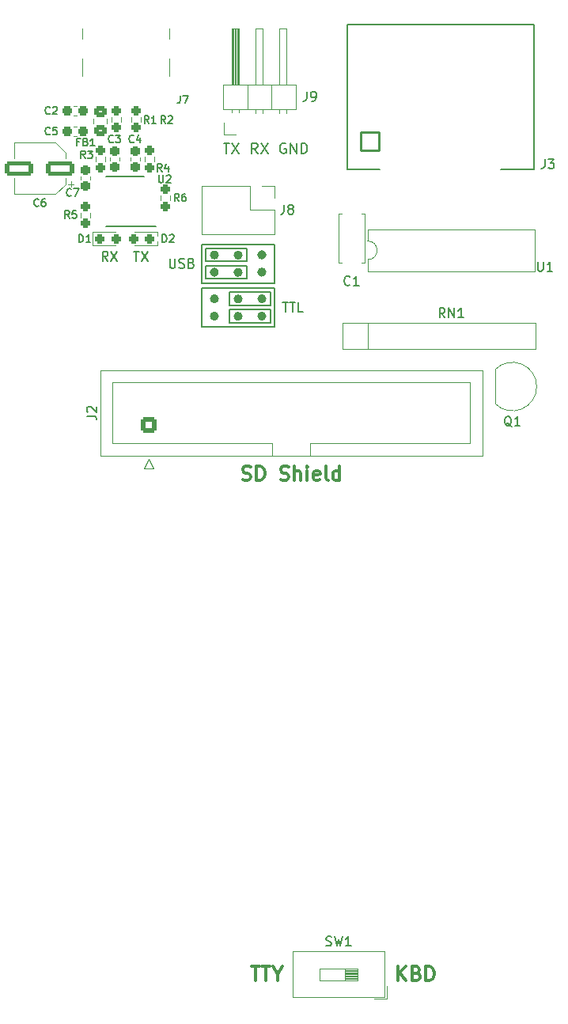
<source format=gbr>
%TF.GenerationSoftware,KiCad,Pcbnew,7.0.9*%
%TF.CreationDate,2023-11-19T21:56:13+01:00*%
%TF.ProjectId,kim-1-aux-card-usb,6b696d2d-312d-4617-9578-2d636172642d,rev?*%
%TF.SameCoordinates,Original*%
%TF.FileFunction,Legend,Top*%
%TF.FilePolarity,Positive*%
%FSLAX46Y46*%
G04 Gerber Fmt 4.6, Leading zero omitted, Abs format (unit mm)*
G04 Created by KiCad (PCBNEW 7.0.9) date 2023-11-19 21:56:13*
%MOMM*%
%LPD*%
G01*
G04 APERTURE LIST*
G04 Aperture macros list*
%AMRoundRect*
0 Rectangle with rounded corners*
0 $1 Rounding radius*
0 $2 $3 $4 $5 $6 $7 $8 $9 X,Y pos of 4 corners*
0 Add a 4 corners polygon primitive as box body*
4,1,4,$2,$3,$4,$5,$6,$7,$8,$9,$2,$3,0*
0 Add four circle primitives for the rounded corners*
1,1,$1+$1,$2,$3*
1,1,$1+$1,$4,$5*
1,1,$1+$1,$6,$7*
1,1,$1+$1,$8,$9*
0 Add four rect primitives between the rounded corners*
20,1,$1+$1,$2,$3,$4,$5,0*
20,1,$1+$1,$4,$5,$6,$7,0*
20,1,$1+$1,$6,$7,$8,$9,0*
20,1,$1+$1,$8,$9,$2,$3,0*%
G04 Aperture macros list end*
%ADD10C,0.466154*%
%ADD11C,0.200000*%
%ADD12C,0.150000*%
%ADD13C,0.300000*%
%ADD14C,0.120000*%
%ADD15C,0.127000*%
%ADD16RoundRect,0.237500X-0.237500X0.300000X-0.237500X-0.300000X0.237500X-0.300000X0.237500X0.300000X0*%
%ADD17RoundRect,0.250000X-0.450000X0.350000X-0.450000X-0.350000X0.450000X-0.350000X0.450000X0.350000X0*%
%ADD18RoundRect,0.237500X-0.237500X0.250000X-0.237500X-0.250000X0.237500X-0.250000X0.237500X0.250000X0*%
%ADD19RoundRect,0.237500X0.237500X-0.250000X0.237500X0.250000X-0.237500X0.250000X-0.237500X-0.250000X0*%
%ADD20C,2.700000*%
%ADD21RoundRect,0.237500X0.300000X0.237500X-0.300000X0.237500X-0.300000X-0.237500X0.300000X-0.237500X0*%
%ADD22R,1.500000X1.050000*%
%ADD23O,1.500000X1.050000*%
%ADD24C,0.650000*%
%ADD25R,0.600000X1.150000*%
%ADD26R,0.300000X1.150000*%
%ADD27O,1.000000X2.100000*%
%ADD28O,1.000000X1.800000*%
%ADD29RoundRect,0.250000X1.250000X0.550000X-1.250000X0.550000X-1.250000X-0.550000X1.250000X-0.550000X0*%
%ADD30R,1.600000X2.400000*%
%ADD31O,1.600000X2.400000*%
%ADD32R,1.600000X1.600000*%
%ADD33O,1.600000X1.600000*%
%ADD34RoundRect,0.237500X-0.287500X-0.237500X0.287500X-0.237500X0.287500X0.237500X-0.287500X0.237500X0*%
%ADD35RoundRect,0.250000X0.600000X-0.600000X0.600000X0.600000X-0.600000X0.600000X-0.600000X-0.600000X0*%
%ADD36C,1.700000*%
%ADD37RoundRect,0.237500X0.237500X-0.300000X0.237500X0.300000X-0.237500X0.300000X-0.237500X-0.300000X0*%
%ADD38RoundRect,0.237500X0.287500X0.237500X-0.287500X0.237500X-0.287500X-0.237500X0.287500X-0.237500X0*%
%ADD39R,1.200000X0.400000*%
%ADD40R,1.700000X1.700000*%
%ADD41O,1.700000X1.700000*%
%ADD42C,1.600000*%
%ADD43C,2.400000*%
%ADD44RoundRect,0.102000X0.975000X0.975000X-0.975000X0.975000X-0.975000X-0.975000X0.975000X-0.975000X0*%
%ADD45C,2.154000*%
%ADD46C,0.500000*%
G04 APERTURE END LIST*
D10*
X133949231Y-64744742D02*
G75*
G03*
X133949231Y-64744742I-233077J0D01*
G01*
X139023077Y-66590000D02*
G75*
G03*
X139023077Y-66590000I-233077J0D01*
G01*
D11*
X135310000Y-68754500D02*
X139750000Y-68754500D01*
X139750000Y-70134500D01*
X135310000Y-70134500D01*
X135310000Y-68754500D01*
D10*
X139029231Y-64740000D02*
G75*
G03*
X139029231Y-64740000I-233077J0D01*
G01*
D12*
X132400554Y-63592200D02*
X140129354Y-63592200D01*
X140129354Y-67779800D01*
X132400554Y-67779800D01*
X132400554Y-63592200D01*
D10*
X136489231Y-64770000D02*
G75*
G03*
X136489231Y-64770000I-233077J0D01*
G01*
X139029877Y-69434500D02*
G75*
G03*
X139029877Y-69434500I-233077J0D01*
G01*
D11*
X135310000Y-70604500D02*
X139750000Y-70604500D01*
X139750000Y-71984500D01*
X135310000Y-71984500D01*
X135310000Y-70604500D01*
D12*
X132401200Y-68286700D02*
X140130000Y-68286700D01*
X140130000Y-72454300D01*
X132401200Y-72454300D01*
X132401200Y-68286700D01*
D10*
X133943723Y-71289242D02*
G75*
G03*
X133943723Y-71289242I-233077J0D01*
G01*
D11*
X132780000Y-64060000D02*
X137220000Y-64060000D01*
X137220000Y-65440000D01*
X132780000Y-65440000D01*
X132780000Y-64060000D01*
D10*
X133943077Y-66594742D02*
G75*
G03*
X133943077Y-66594742I-233077J0D01*
G01*
X139023723Y-71284500D02*
G75*
G03*
X139023723Y-71284500I-233077J0D01*
G01*
D11*
X132780000Y-65910000D02*
X137220000Y-65910000D01*
X137220000Y-67290000D01*
X132780000Y-67290000D01*
X132780000Y-65910000D01*
D10*
X136483723Y-71314500D02*
G75*
G03*
X136483723Y-71314500I-233077J0D01*
G01*
X136483077Y-66620000D02*
G75*
G03*
X136483077Y-66620000I-233077J0D01*
G01*
X136489877Y-69464500D02*
G75*
G03*
X136489877Y-69464500I-233077J0D01*
G01*
X133949877Y-69439242D02*
G75*
G03*
X133949877Y-69439242I-233077J0D01*
G01*
D11*
X141339673Y-52827361D02*
X141234911Y-52774980D01*
X141234911Y-52774980D02*
X141077768Y-52774980D01*
X141077768Y-52774980D02*
X140920625Y-52827361D01*
X140920625Y-52827361D02*
X140815863Y-52932123D01*
X140815863Y-52932123D02*
X140763482Y-53036885D01*
X140763482Y-53036885D02*
X140711101Y-53246409D01*
X140711101Y-53246409D02*
X140711101Y-53403552D01*
X140711101Y-53403552D02*
X140763482Y-53613076D01*
X140763482Y-53613076D02*
X140815863Y-53717838D01*
X140815863Y-53717838D02*
X140920625Y-53822600D01*
X140920625Y-53822600D02*
X141077768Y-53874980D01*
X141077768Y-53874980D02*
X141182530Y-53874980D01*
X141182530Y-53874980D02*
X141339673Y-53822600D01*
X141339673Y-53822600D02*
X141392054Y-53770219D01*
X141392054Y-53770219D02*
X141392054Y-53403552D01*
X141392054Y-53403552D02*
X141182530Y-53403552D01*
X141863482Y-53874980D02*
X141863482Y-52774980D01*
X141863482Y-52774980D02*
X142492054Y-53874980D01*
X142492054Y-53874980D02*
X142492054Y-52774980D01*
X143015863Y-53874980D02*
X143015863Y-52774980D01*
X143015863Y-52774980D02*
X143277768Y-52774980D01*
X143277768Y-52774980D02*
X143434911Y-52827361D01*
X143434911Y-52827361D02*
X143539673Y-52932123D01*
X143539673Y-52932123D02*
X143592054Y-53036885D01*
X143592054Y-53036885D02*
X143644435Y-53246409D01*
X143644435Y-53246409D02*
X143644435Y-53403552D01*
X143644435Y-53403552D02*
X143592054Y-53613076D01*
X143592054Y-53613076D02*
X143539673Y-53717838D01*
X143539673Y-53717838D02*
X143434911Y-53822600D01*
X143434911Y-53822600D02*
X143277768Y-53874980D01*
X143277768Y-53874980D02*
X143015863Y-53874980D01*
D13*
X137674061Y-140878328D02*
X138531204Y-140878328D01*
X138102632Y-142378328D02*
X138102632Y-140878328D01*
X138816918Y-140878328D02*
X139674061Y-140878328D01*
X139245489Y-142378328D02*
X139245489Y-140878328D01*
X140459775Y-141664042D02*
X140459775Y-142378328D01*
X139959775Y-140878328D02*
X140459775Y-141664042D01*
X140459775Y-141664042D02*
X140959775Y-140878328D01*
D11*
X122314101Y-65382219D02*
X121980768Y-64906028D01*
X121742673Y-65382219D02*
X121742673Y-64382219D01*
X121742673Y-64382219D02*
X122123625Y-64382219D01*
X122123625Y-64382219D02*
X122218863Y-64429838D01*
X122218863Y-64429838D02*
X122266482Y-64477457D01*
X122266482Y-64477457D02*
X122314101Y-64572695D01*
X122314101Y-64572695D02*
X122314101Y-64715552D01*
X122314101Y-64715552D02*
X122266482Y-64810790D01*
X122266482Y-64810790D02*
X122218863Y-64858409D01*
X122218863Y-64858409D02*
X122123625Y-64906028D01*
X122123625Y-64906028D02*
X121742673Y-64906028D01*
X122647435Y-64382219D02*
X123314101Y-65382219D01*
X123314101Y-64382219D02*
X122647435Y-65382219D01*
X128936517Y-65142219D02*
X128936517Y-65951742D01*
X128936517Y-65951742D02*
X128984136Y-66046980D01*
X128984136Y-66046980D02*
X129031755Y-66094600D01*
X129031755Y-66094600D02*
X129126993Y-66142219D01*
X129126993Y-66142219D02*
X129317469Y-66142219D01*
X129317469Y-66142219D02*
X129412707Y-66094600D01*
X129412707Y-66094600D02*
X129460326Y-66046980D01*
X129460326Y-66046980D02*
X129507945Y-65951742D01*
X129507945Y-65951742D02*
X129507945Y-65142219D01*
X129936517Y-66094600D02*
X130079374Y-66142219D01*
X130079374Y-66142219D02*
X130317469Y-66142219D01*
X130317469Y-66142219D02*
X130412707Y-66094600D01*
X130412707Y-66094600D02*
X130460326Y-66046980D01*
X130460326Y-66046980D02*
X130507945Y-65951742D01*
X130507945Y-65951742D02*
X130507945Y-65856504D01*
X130507945Y-65856504D02*
X130460326Y-65761266D01*
X130460326Y-65761266D02*
X130412707Y-65713647D01*
X130412707Y-65713647D02*
X130317469Y-65666028D01*
X130317469Y-65666028D02*
X130126993Y-65618409D01*
X130126993Y-65618409D02*
X130031755Y-65570790D01*
X130031755Y-65570790D02*
X129984136Y-65523171D01*
X129984136Y-65523171D02*
X129936517Y-65427933D01*
X129936517Y-65427933D02*
X129936517Y-65332695D01*
X129936517Y-65332695D02*
X129984136Y-65237457D01*
X129984136Y-65237457D02*
X130031755Y-65189838D01*
X130031755Y-65189838D02*
X130126993Y-65142219D01*
X130126993Y-65142219D02*
X130365088Y-65142219D01*
X130365088Y-65142219D02*
X130507945Y-65189838D01*
X131269850Y-65618409D02*
X131412707Y-65666028D01*
X131412707Y-65666028D02*
X131460326Y-65713647D01*
X131460326Y-65713647D02*
X131507945Y-65808885D01*
X131507945Y-65808885D02*
X131507945Y-65951742D01*
X131507945Y-65951742D02*
X131460326Y-66046980D01*
X131460326Y-66046980D02*
X131412707Y-66094600D01*
X131412707Y-66094600D02*
X131317469Y-66142219D01*
X131317469Y-66142219D02*
X130936517Y-66142219D01*
X130936517Y-66142219D02*
X130936517Y-65142219D01*
X130936517Y-65142219D02*
X131269850Y-65142219D01*
X131269850Y-65142219D02*
X131365088Y-65189838D01*
X131365088Y-65189838D02*
X131412707Y-65237457D01*
X131412707Y-65237457D02*
X131460326Y-65332695D01*
X131460326Y-65332695D02*
X131460326Y-65427933D01*
X131460326Y-65427933D02*
X131412707Y-65523171D01*
X131412707Y-65523171D02*
X131365088Y-65570790D01*
X131365088Y-65570790D02*
X131269850Y-65618409D01*
X131269850Y-65618409D02*
X130936517Y-65618409D01*
D13*
X136735715Y-88779400D02*
X136950001Y-88850828D01*
X136950001Y-88850828D02*
X137307143Y-88850828D01*
X137307143Y-88850828D02*
X137450001Y-88779400D01*
X137450001Y-88779400D02*
X137521429Y-88707971D01*
X137521429Y-88707971D02*
X137592858Y-88565114D01*
X137592858Y-88565114D02*
X137592858Y-88422257D01*
X137592858Y-88422257D02*
X137521429Y-88279400D01*
X137521429Y-88279400D02*
X137450001Y-88207971D01*
X137450001Y-88207971D02*
X137307143Y-88136542D01*
X137307143Y-88136542D02*
X137021429Y-88065114D01*
X137021429Y-88065114D02*
X136878572Y-87993685D01*
X136878572Y-87993685D02*
X136807143Y-87922257D01*
X136807143Y-87922257D02*
X136735715Y-87779400D01*
X136735715Y-87779400D02*
X136735715Y-87636542D01*
X136735715Y-87636542D02*
X136807143Y-87493685D01*
X136807143Y-87493685D02*
X136878572Y-87422257D01*
X136878572Y-87422257D02*
X137021429Y-87350828D01*
X137021429Y-87350828D02*
X137378572Y-87350828D01*
X137378572Y-87350828D02*
X137592858Y-87422257D01*
X138235714Y-88850828D02*
X138235714Y-87350828D01*
X138235714Y-87350828D02*
X138592857Y-87350828D01*
X138592857Y-87350828D02*
X138807143Y-87422257D01*
X138807143Y-87422257D02*
X138950000Y-87565114D01*
X138950000Y-87565114D02*
X139021429Y-87707971D01*
X139021429Y-87707971D02*
X139092857Y-87993685D01*
X139092857Y-87993685D02*
X139092857Y-88207971D01*
X139092857Y-88207971D02*
X139021429Y-88493685D01*
X139021429Y-88493685D02*
X138950000Y-88636542D01*
X138950000Y-88636542D02*
X138807143Y-88779400D01*
X138807143Y-88779400D02*
X138592857Y-88850828D01*
X138592857Y-88850828D02*
X138235714Y-88850828D01*
X140807143Y-88779400D02*
X141021429Y-88850828D01*
X141021429Y-88850828D02*
X141378571Y-88850828D01*
X141378571Y-88850828D02*
X141521429Y-88779400D01*
X141521429Y-88779400D02*
X141592857Y-88707971D01*
X141592857Y-88707971D02*
X141664286Y-88565114D01*
X141664286Y-88565114D02*
X141664286Y-88422257D01*
X141664286Y-88422257D02*
X141592857Y-88279400D01*
X141592857Y-88279400D02*
X141521429Y-88207971D01*
X141521429Y-88207971D02*
X141378571Y-88136542D01*
X141378571Y-88136542D02*
X141092857Y-88065114D01*
X141092857Y-88065114D02*
X140950000Y-87993685D01*
X140950000Y-87993685D02*
X140878571Y-87922257D01*
X140878571Y-87922257D02*
X140807143Y-87779400D01*
X140807143Y-87779400D02*
X140807143Y-87636542D01*
X140807143Y-87636542D02*
X140878571Y-87493685D01*
X140878571Y-87493685D02*
X140950000Y-87422257D01*
X140950000Y-87422257D02*
X141092857Y-87350828D01*
X141092857Y-87350828D02*
X141450000Y-87350828D01*
X141450000Y-87350828D02*
X141664286Y-87422257D01*
X142307142Y-88850828D02*
X142307142Y-87350828D01*
X142950000Y-88850828D02*
X142950000Y-88065114D01*
X142950000Y-88065114D02*
X142878571Y-87922257D01*
X142878571Y-87922257D02*
X142735714Y-87850828D01*
X142735714Y-87850828D02*
X142521428Y-87850828D01*
X142521428Y-87850828D02*
X142378571Y-87922257D01*
X142378571Y-87922257D02*
X142307142Y-87993685D01*
X143664285Y-88850828D02*
X143664285Y-87850828D01*
X143664285Y-87350828D02*
X143592857Y-87422257D01*
X143592857Y-87422257D02*
X143664285Y-87493685D01*
X143664285Y-87493685D02*
X143735714Y-87422257D01*
X143735714Y-87422257D02*
X143664285Y-87350828D01*
X143664285Y-87350828D02*
X143664285Y-87493685D01*
X144950000Y-88779400D02*
X144807143Y-88850828D01*
X144807143Y-88850828D02*
X144521429Y-88850828D01*
X144521429Y-88850828D02*
X144378571Y-88779400D01*
X144378571Y-88779400D02*
X144307143Y-88636542D01*
X144307143Y-88636542D02*
X144307143Y-88065114D01*
X144307143Y-88065114D02*
X144378571Y-87922257D01*
X144378571Y-87922257D02*
X144521429Y-87850828D01*
X144521429Y-87850828D02*
X144807143Y-87850828D01*
X144807143Y-87850828D02*
X144950000Y-87922257D01*
X144950000Y-87922257D02*
X145021429Y-88065114D01*
X145021429Y-88065114D02*
X145021429Y-88207971D01*
X145021429Y-88207971D02*
X144307143Y-88350828D01*
X145878571Y-88850828D02*
X145735714Y-88779400D01*
X145735714Y-88779400D02*
X145664285Y-88636542D01*
X145664285Y-88636542D02*
X145664285Y-87350828D01*
X147092857Y-88850828D02*
X147092857Y-87350828D01*
X147092857Y-88779400D02*
X146949999Y-88850828D01*
X146949999Y-88850828D02*
X146664285Y-88850828D01*
X146664285Y-88850828D02*
X146521428Y-88779400D01*
X146521428Y-88779400D02*
X146449999Y-88707971D01*
X146449999Y-88707971D02*
X146378571Y-88565114D01*
X146378571Y-88565114D02*
X146378571Y-88136542D01*
X146378571Y-88136542D02*
X146449999Y-87993685D01*
X146449999Y-87993685D02*
X146521428Y-87922257D01*
X146521428Y-87922257D02*
X146664285Y-87850828D01*
X146664285Y-87850828D02*
X146949999Y-87850828D01*
X146949999Y-87850828D02*
X147092857Y-87922257D01*
D11*
X134707469Y-52774980D02*
X135336041Y-52774980D01*
X135021755Y-53874980D02*
X135021755Y-52774980D01*
X135597945Y-52774980D02*
X136331279Y-53874980D01*
X136331279Y-52774980D02*
X135597945Y-53874980D01*
X125089816Y-64382219D02*
X125661244Y-64382219D01*
X125375530Y-65382219D02*
X125375530Y-64382219D01*
X125899340Y-64382219D02*
X126566006Y-65382219D01*
X126566006Y-64382219D02*
X125899340Y-65382219D01*
X141036816Y-69842219D02*
X141608244Y-69842219D01*
X141322530Y-70842219D02*
X141322530Y-69842219D01*
X141798721Y-69842219D02*
X142370149Y-69842219D01*
X142084435Y-70842219D02*
X142084435Y-69842219D01*
X143179673Y-70842219D02*
X142703483Y-70842219D01*
X142703483Y-70842219D02*
X142703483Y-69842219D01*
X138346667Y-53874980D02*
X137980000Y-53351171D01*
X137718095Y-53874980D02*
X137718095Y-52774980D01*
X137718095Y-52774980D02*
X138137143Y-52774980D01*
X138137143Y-52774980D02*
X138241905Y-52827361D01*
X138241905Y-52827361D02*
X138294286Y-52879742D01*
X138294286Y-52879742D02*
X138346667Y-52984504D01*
X138346667Y-52984504D02*
X138346667Y-53141647D01*
X138346667Y-53141647D02*
X138294286Y-53246409D01*
X138294286Y-53246409D02*
X138241905Y-53298790D01*
X138241905Y-53298790D02*
X138137143Y-53351171D01*
X138137143Y-53351171D02*
X137718095Y-53351171D01*
X138713333Y-52774980D02*
X139446667Y-53874980D01*
X139446667Y-52774980D02*
X138713333Y-53874980D01*
D13*
X153354510Y-142378328D02*
X153354510Y-140878328D01*
X154211653Y-142378328D02*
X153568796Y-141521185D01*
X154211653Y-140878328D02*
X153354510Y-141735471D01*
X155354510Y-141592614D02*
X155568796Y-141664042D01*
X155568796Y-141664042D02*
X155640225Y-141735471D01*
X155640225Y-141735471D02*
X155711653Y-141878328D01*
X155711653Y-141878328D02*
X155711653Y-142092614D01*
X155711653Y-142092614D02*
X155640225Y-142235471D01*
X155640225Y-142235471D02*
X155568796Y-142306900D01*
X155568796Y-142306900D02*
X155425939Y-142378328D01*
X155425939Y-142378328D02*
X154854510Y-142378328D01*
X154854510Y-142378328D02*
X154854510Y-140878328D01*
X154854510Y-140878328D02*
X155354510Y-140878328D01*
X155354510Y-140878328D02*
X155497368Y-140949757D01*
X155497368Y-140949757D02*
X155568796Y-141021185D01*
X155568796Y-141021185D02*
X155640225Y-141164042D01*
X155640225Y-141164042D02*
X155640225Y-141306900D01*
X155640225Y-141306900D02*
X155568796Y-141449757D01*
X155568796Y-141449757D02*
X155497368Y-141521185D01*
X155497368Y-141521185D02*
X155354510Y-141592614D01*
X155354510Y-141592614D02*
X154854510Y-141592614D01*
X156354510Y-142378328D02*
X156354510Y-140878328D01*
X156354510Y-140878328D02*
X156711653Y-140878328D01*
X156711653Y-140878328D02*
X156925939Y-140949757D01*
X156925939Y-140949757D02*
X157068796Y-141092614D01*
X157068796Y-141092614D02*
X157140225Y-141235471D01*
X157140225Y-141235471D02*
X157211653Y-141521185D01*
X157211653Y-141521185D02*
X157211653Y-141735471D01*
X157211653Y-141735471D02*
X157140225Y-142021185D01*
X157140225Y-142021185D02*
X157068796Y-142164042D01*
X157068796Y-142164042D02*
X156925939Y-142306900D01*
X156925939Y-142306900D02*
X156711653Y-142378328D01*
X156711653Y-142378328D02*
X156354510Y-142378328D01*
D12*
X122896667Y-52636104D02*
X122858571Y-52674200D01*
X122858571Y-52674200D02*
X122744286Y-52712295D01*
X122744286Y-52712295D02*
X122668095Y-52712295D01*
X122668095Y-52712295D02*
X122553809Y-52674200D01*
X122553809Y-52674200D02*
X122477619Y-52598009D01*
X122477619Y-52598009D02*
X122439524Y-52521819D01*
X122439524Y-52521819D02*
X122401428Y-52369438D01*
X122401428Y-52369438D02*
X122401428Y-52255152D01*
X122401428Y-52255152D02*
X122439524Y-52102771D01*
X122439524Y-52102771D02*
X122477619Y-52026580D01*
X122477619Y-52026580D02*
X122553809Y-51950390D01*
X122553809Y-51950390D02*
X122668095Y-51912295D01*
X122668095Y-51912295D02*
X122744286Y-51912295D01*
X122744286Y-51912295D02*
X122858571Y-51950390D01*
X122858571Y-51950390D02*
X122896667Y-51988485D01*
X123163333Y-51912295D02*
X123658571Y-51912295D01*
X123658571Y-51912295D02*
X123391905Y-52217057D01*
X123391905Y-52217057D02*
X123506190Y-52217057D01*
X123506190Y-52217057D02*
X123582381Y-52255152D01*
X123582381Y-52255152D02*
X123620476Y-52293247D01*
X123620476Y-52293247D02*
X123658571Y-52369438D01*
X123658571Y-52369438D02*
X123658571Y-52559914D01*
X123658571Y-52559914D02*
X123620476Y-52636104D01*
X123620476Y-52636104D02*
X123582381Y-52674200D01*
X123582381Y-52674200D02*
X123506190Y-52712295D01*
X123506190Y-52712295D02*
X123277619Y-52712295D01*
X123277619Y-52712295D02*
X123201428Y-52674200D01*
X123201428Y-52674200D02*
X123163333Y-52636104D01*
X119253333Y-52653247D02*
X118986667Y-52653247D01*
X118986667Y-53072295D02*
X118986667Y-52272295D01*
X118986667Y-52272295D02*
X119367619Y-52272295D01*
X119939047Y-52653247D02*
X120053333Y-52691342D01*
X120053333Y-52691342D02*
X120091428Y-52729438D01*
X120091428Y-52729438D02*
X120129524Y-52805628D01*
X120129524Y-52805628D02*
X120129524Y-52919914D01*
X120129524Y-52919914D02*
X120091428Y-52996104D01*
X120091428Y-52996104D02*
X120053333Y-53034200D01*
X120053333Y-53034200D02*
X119977143Y-53072295D01*
X119977143Y-53072295D02*
X119672381Y-53072295D01*
X119672381Y-53072295D02*
X119672381Y-52272295D01*
X119672381Y-52272295D02*
X119939047Y-52272295D01*
X119939047Y-52272295D02*
X120015238Y-52310390D01*
X120015238Y-52310390D02*
X120053333Y-52348485D01*
X120053333Y-52348485D02*
X120091428Y-52424676D01*
X120091428Y-52424676D02*
X120091428Y-52500866D01*
X120091428Y-52500866D02*
X120053333Y-52577057D01*
X120053333Y-52577057D02*
X120015238Y-52615152D01*
X120015238Y-52615152D02*
X119939047Y-52653247D01*
X119939047Y-52653247D02*
X119672381Y-52653247D01*
X120891428Y-53072295D02*
X120434285Y-53072295D01*
X120662857Y-53072295D02*
X120662857Y-52272295D01*
X120662857Y-52272295D02*
X120586666Y-52386580D01*
X120586666Y-52386580D02*
X120510476Y-52462771D01*
X120510476Y-52462771D02*
X120434285Y-52500866D01*
X126698667Y-50654295D02*
X126432000Y-50273342D01*
X126241524Y-50654295D02*
X126241524Y-49854295D01*
X126241524Y-49854295D02*
X126546286Y-49854295D01*
X126546286Y-49854295D02*
X126622476Y-49892390D01*
X126622476Y-49892390D02*
X126660571Y-49930485D01*
X126660571Y-49930485D02*
X126698667Y-50006676D01*
X126698667Y-50006676D02*
X126698667Y-50120961D01*
X126698667Y-50120961D02*
X126660571Y-50197152D01*
X126660571Y-50197152D02*
X126622476Y-50235247D01*
X126622476Y-50235247D02*
X126546286Y-50273342D01*
X126546286Y-50273342D02*
X126241524Y-50273342D01*
X127460571Y-50654295D02*
X127003428Y-50654295D01*
X127232000Y-50654295D02*
X127232000Y-49854295D01*
X127232000Y-49854295D02*
X127155809Y-49968580D01*
X127155809Y-49968580D02*
X127079619Y-50044771D01*
X127079619Y-50044771D02*
X127003428Y-50082866D01*
X129916667Y-58999795D02*
X129650000Y-58618842D01*
X129459524Y-58999795D02*
X129459524Y-58199795D01*
X129459524Y-58199795D02*
X129764286Y-58199795D01*
X129764286Y-58199795D02*
X129840476Y-58237890D01*
X129840476Y-58237890D02*
X129878571Y-58275985D01*
X129878571Y-58275985D02*
X129916667Y-58352176D01*
X129916667Y-58352176D02*
X129916667Y-58466461D01*
X129916667Y-58466461D02*
X129878571Y-58542652D01*
X129878571Y-58542652D02*
X129840476Y-58580747D01*
X129840476Y-58580747D02*
X129764286Y-58618842D01*
X129764286Y-58618842D02*
X129459524Y-58618842D01*
X130602381Y-58199795D02*
X130450000Y-58199795D01*
X130450000Y-58199795D02*
X130373809Y-58237890D01*
X130373809Y-58237890D02*
X130335714Y-58275985D01*
X130335714Y-58275985D02*
X130259524Y-58390271D01*
X130259524Y-58390271D02*
X130221428Y-58542652D01*
X130221428Y-58542652D02*
X130221428Y-58847414D01*
X130221428Y-58847414D02*
X130259524Y-58923604D01*
X130259524Y-58923604D02*
X130297619Y-58961700D01*
X130297619Y-58961700D02*
X130373809Y-58999795D01*
X130373809Y-58999795D02*
X130526190Y-58999795D01*
X130526190Y-58999795D02*
X130602381Y-58961700D01*
X130602381Y-58961700D02*
X130640476Y-58923604D01*
X130640476Y-58923604D02*
X130678571Y-58847414D01*
X130678571Y-58847414D02*
X130678571Y-58656938D01*
X130678571Y-58656938D02*
X130640476Y-58580747D01*
X130640476Y-58580747D02*
X130602381Y-58542652D01*
X130602381Y-58542652D02*
X130526190Y-58504557D01*
X130526190Y-58504557D02*
X130373809Y-58504557D01*
X130373809Y-58504557D02*
X130297619Y-58542652D01*
X130297619Y-58542652D02*
X130259524Y-58580747D01*
X130259524Y-58580747D02*
X130221428Y-58656938D01*
X119876667Y-54402295D02*
X119610000Y-54021342D01*
X119419524Y-54402295D02*
X119419524Y-53602295D01*
X119419524Y-53602295D02*
X119724286Y-53602295D01*
X119724286Y-53602295D02*
X119800476Y-53640390D01*
X119800476Y-53640390D02*
X119838571Y-53678485D01*
X119838571Y-53678485D02*
X119876667Y-53754676D01*
X119876667Y-53754676D02*
X119876667Y-53868961D01*
X119876667Y-53868961D02*
X119838571Y-53945152D01*
X119838571Y-53945152D02*
X119800476Y-53983247D01*
X119800476Y-53983247D02*
X119724286Y-54021342D01*
X119724286Y-54021342D02*
X119419524Y-54021342D01*
X120143333Y-53602295D02*
X120638571Y-53602295D01*
X120638571Y-53602295D02*
X120371905Y-53907057D01*
X120371905Y-53907057D02*
X120486190Y-53907057D01*
X120486190Y-53907057D02*
X120562381Y-53945152D01*
X120562381Y-53945152D02*
X120600476Y-53983247D01*
X120600476Y-53983247D02*
X120638571Y-54059438D01*
X120638571Y-54059438D02*
X120638571Y-54249914D01*
X120638571Y-54249914D02*
X120600476Y-54326104D01*
X120600476Y-54326104D02*
X120562381Y-54364200D01*
X120562381Y-54364200D02*
X120486190Y-54402295D01*
X120486190Y-54402295D02*
X120257619Y-54402295D01*
X120257619Y-54402295D02*
X120181428Y-54364200D01*
X120181428Y-54364200D02*
X120143333Y-54326104D01*
X116126667Y-51806104D02*
X116088571Y-51844200D01*
X116088571Y-51844200D02*
X115974286Y-51882295D01*
X115974286Y-51882295D02*
X115898095Y-51882295D01*
X115898095Y-51882295D02*
X115783809Y-51844200D01*
X115783809Y-51844200D02*
X115707619Y-51768009D01*
X115707619Y-51768009D02*
X115669524Y-51691819D01*
X115669524Y-51691819D02*
X115631428Y-51539438D01*
X115631428Y-51539438D02*
X115631428Y-51425152D01*
X115631428Y-51425152D02*
X115669524Y-51272771D01*
X115669524Y-51272771D02*
X115707619Y-51196580D01*
X115707619Y-51196580D02*
X115783809Y-51120390D01*
X115783809Y-51120390D02*
X115898095Y-51082295D01*
X115898095Y-51082295D02*
X115974286Y-51082295D01*
X115974286Y-51082295D02*
X116088571Y-51120390D01*
X116088571Y-51120390D02*
X116126667Y-51158485D01*
X116850476Y-51082295D02*
X116469524Y-51082295D01*
X116469524Y-51082295D02*
X116431428Y-51463247D01*
X116431428Y-51463247D02*
X116469524Y-51425152D01*
X116469524Y-51425152D02*
X116545714Y-51387057D01*
X116545714Y-51387057D02*
X116736190Y-51387057D01*
X116736190Y-51387057D02*
X116812381Y-51425152D01*
X116812381Y-51425152D02*
X116850476Y-51463247D01*
X116850476Y-51463247D02*
X116888571Y-51539438D01*
X116888571Y-51539438D02*
X116888571Y-51729914D01*
X116888571Y-51729914D02*
X116850476Y-51806104D01*
X116850476Y-51806104D02*
X116812381Y-51844200D01*
X116812381Y-51844200D02*
X116736190Y-51882295D01*
X116736190Y-51882295D02*
X116545714Y-51882295D01*
X116545714Y-51882295D02*
X116469524Y-51844200D01*
X116469524Y-51844200D02*
X116431428Y-51806104D01*
X165514761Y-83110057D02*
X165419523Y-83062438D01*
X165419523Y-83062438D02*
X165324285Y-82967200D01*
X165324285Y-82967200D02*
X165181428Y-82824342D01*
X165181428Y-82824342D02*
X165086190Y-82776723D01*
X165086190Y-82776723D02*
X164990952Y-82776723D01*
X165038571Y-83014819D02*
X164943333Y-82967200D01*
X164943333Y-82967200D02*
X164848095Y-82871961D01*
X164848095Y-82871961D02*
X164800476Y-82681485D01*
X164800476Y-82681485D02*
X164800476Y-82348152D01*
X164800476Y-82348152D02*
X164848095Y-82157676D01*
X164848095Y-82157676D02*
X164943333Y-82062438D01*
X164943333Y-82062438D02*
X165038571Y-82014819D01*
X165038571Y-82014819D02*
X165229047Y-82014819D01*
X165229047Y-82014819D02*
X165324285Y-82062438D01*
X165324285Y-82062438D02*
X165419523Y-82157676D01*
X165419523Y-82157676D02*
X165467142Y-82348152D01*
X165467142Y-82348152D02*
X165467142Y-82681485D01*
X165467142Y-82681485D02*
X165419523Y-82871961D01*
X165419523Y-82871961D02*
X165324285Y-82967200D01*
X165324285Y-82967200D02*
X165229047Y-83014819D01*
X165229047Y-83014819D02*
X165038571Y-83014819D01*
X166419523Y-83014819D02*
X165848095Y-83014819D01*
X166133809Y-83014819D02*
X166133809Y-82014819D01*
X166133809Y-82014819D02*
X166038571Y-82157676D01*
X166038571Y-82157676D02*
X165943333Y-82252914D01*
X165943333Y-82252914D02*
X165848095Y-82300533D01*
X130063333Y-47682295D02*
X130063333Y-48253723D01*
X130063333Y-48253723D02*
X130025238Y-48368009D01*
X130025238Y-48368009D02*
X129949047Y-48444200D01*
X129949047Y-48444200D02*
X129834762Y-48482295D01*
X129834762Y-48482295D02*
X129758571Y-48482295D01*
X130368095Y-47682295D02*
X130901429Y-47682295D01*
X130901429Y-47682295D02*
X130558571Y-48482295D01*
X128086667Y-55812295D02*
X127820000Y-55431342D01*
X127629524Y-55812295D02*
X127629524Y-55012295D01*
X127629524Y-55012295D02*
X127934286Y-55012295D01*
X127934286Y-55012295D02*
X128010476Y-55050390D01*
X128010476Y-55050390D02*
X128048571Y-55088485D01*
X128048571Y-55088485D02*
X128086667Y-55164676D01*
X128086667Y-55164676D02*
X128086667Y-55278961D01*
X128086667Y-55278961D02*
X128048571Y-55355152D01*
X128048571Y-55355152D02*
X128010476Y-55393247D01*
X128010476Y-55393247D02*
X127934286Y-55431342D01*
X127934286Y-55431342D02*
X127629524Y-55431342D01*
X128772381Y-55278961D02*
X128772381Y-55812295D01*
X128581905Y-54974200D02*
X128391428Y-55545628D01*
X128391428Y-55545628D02*
X128886667Y-55545628D01*
X116126667Y-49596104D02*
X116088571Y-49634200D01*
X116088571Y-49634200D02*
X115974286Y-49672295D01*
X115974286Y-49672295D02*
X115898095Y-49672295D01*
X115898095Y-49672295D02*
X115783809Y-49634200D01*
X115783809Y-49634200D02*
X115707619Y-49558009D01*
X115707619Y-49558009D02*
X115669524Y-49481819D01*
X115669524Y-49481819D02*
X115631428Y-49329438D01*
X115631428Y-49329438D02*
X115631428Y-49215152D01*
X115631428Y-49215152D02*
X115669524Y-49062771D01*
X115669524Y-49062771D02*
X115707619Y-48986580D01*
X115707619Y-48986580D02*
X115783809Y-48910390D01*
X115783809Y-48910390D02*
X115898095Y-48872295D01*
X115898095Y-48872295D02*
X115974286Y-48872295D01*
X115974286Y-48872295D02*
X116088571Y-48910390D01*
X116088571Y-48910390D02*
X116126667Y-48948485D01*
X116431428Y-48948485D02*
X116469524Y-48910390D01*
X116469524Y-48910390D02*
X116545714Y-48872295D01*
X116545714Y-48872295D02*
X116736190Y-48872295D01*
X116736190Y-48872295D02*
X116812381Y-48910390D01*
X116812381Y-48910390D02*
X116850476Y-48948485D01*
X116850476Y-48948485D02*
X116888571Y-49024676D01*
X116888571Y-49024676D02*
X116888571Y-49100866D01*
X116888571Y-49100866D02*
X116850476Y-49215152D01*
X116850476Y-49215152D02*
X116393333Y-49672295D01*
X116393333Y-49672295D02*
X116888571Y-49672295D01*
X114906667Y-59466104D02*
X114868571Y-59504200D01*
X114868571Y-59504200D02*
X114754286Y-59542295D01*
X114754286Y-59542295D02*
X114678095Y-59542295D01*
X114678095Y-59542295D02*
X114563809Y-59504200D01*
X114563809Y-59504200D02*
X114487619Y-59428009D01*
X114487619Y-59428009D02*
X114449524Y-59351819D01*
X114449524Y-59351819D02*
X114411428Y-59199438D01*
X114411428Y-59199438D02*
X114411428Y-59085152D01*
X114411428Y-59085152D02*
X114449524Y-58932771D01*
X114449524Y-58932771D02*
X114487619Y-58856580D01*
X114487619Y-58856580D02*
X114563809Y-58780390D01*
X114563809Y-58780390D02*
X114678095Y-58742295D01*
X114678095Y-58742295D02*
X114754286Y-58742295D01*
X114754286Y-58742295D02*
X114868571Y-58780390D01*
X114868571Y-58780390D02*
X114906667Y-58818485D01*
X115592381Y-58742295D02*
X115440000Y-58742295D01*
X115440000Y-58742295D02*
X115363809Y-58780390D01*
X115363809Y-58780390D02*
X115325714Y-58818485D01*
X115325714Y-58818485D02*
X115249524Y-58932771D01*
X115249524Y-58932771D02*
X115211428Y-59085152D01*
X115211428Y-59085152D02*
X115211428Y-59389914D01*
X115211428Y-59389914D02*
X115249524Y-59466104D01*
X115249524Y-59466104D02*
X115287619Y-59504200D01*
X115287619Y-59504200D02*
X115363809Y-59542295D01*
X115363809Y-59542295D02*
X115516190Y-59542295D01*
X115516190Y-59542295D02*
X115592381Y-59504200D01*
X115592381Y-59504200D02*
X115630476Y-59466104D01*
X115630476Y-59466104D02*
X115668571Y-59389914D01*
X115668571Y-59389914D02*
X115668571Y-59199438D01*
X115668571Y-59199438D02*
X115630476Y-59123247D01*
X115630476Y-59123247D02*
X115592381Y-59085152D01*
X115592381Y-59085152D02*
X115516190Y-59047057D01*
X115516190Y-59047057D02*
X115363809Y-59047057D01*
X115363809Y-59047057D02*
X115287619Y-59085152D01*
X115287619Y-59085152D02*
X115249524Y-59123247D01*
X115249524Y-59123247D02*
X115211428Y-59199438D01*
X168328095Y-65474819D02*
X168328095Y-66284342D01*
X168328095Y-66284342D02*
X168375714Y-66379580D01*
X168375714Y-66379580D02*
X168423333Y-66427200D01*
X168423333Y-66427200D02*
X168518571Y-66474819D01*
X168518571Y-66474819D02*
X168709047Y-66474819D01*
X168709047Y-66474819D02*
X168804285Y-66427200D01*
X168804285Y-66427200D02*
X168851904Y-66379580D01*
X168851904Y-66379580D02*
X168899523Y-66284342D01*
X168899523Y-66284342D02*
X168899523Y-65474819D01*
X169899523Y-66474819D02*
X169328095Y-66474819D01*
X169613809Y-66474819D02*
X169613809Y-65474819D01*
X169613809Y-65474819D02*
X169518571Y-65617676D01*
X169518571Y-65617676D02*
X169423333Y-65712914D01*
X169423333Y-65712914D02*
X169328095Y-65760533D01*
X145676667Y-138617200D02*
X145819524Y-138664819D01*
X145819524Y-138664819D02*
X146057619Y-138664819D01*
X146057619Y-138664819D02*
X146152857Y-138617200D01*
X146152857Y-138617200D02*
X146200476Y-138569580D01*
X146200476Y-138569580D02*
X146248095Y-138474342D01*
X146248095Y-138474342D02*
X146248095Y-138379104D01*
X146248095Y-138379104D02*
X146200476Y-138283866D01*
X146200476Y-138283866D02*
X146152857Y-138236247D01*
X146152857Y-138236247D02*
X146057619Y-138188628D01*
X146057619Y-138188628D02*
X145867143Y-138141009D01*
X145867143Y-138141009D02*
X145771905Y-138093390D01*
X145771905Y-138093390D02*
X145724286Y-138045771D01*
X145724286Y-138045771D02*
X145676667Y-137950533D01*
X145676667Y-137950533D02*
X145676667Y-137855295D01*
X145676667Y-137855295D02*
X145724286Y-137760057D01*
X145724286Y-137760057D02*
X145771905Y-137712438D01*
X145771905Y-137712438D02*
X145867143Y-137664819D01*
X145867143Y-137664819D02*
X146105238Y-137664819D01*
X146105238Y-137664819D02*
X146248095Y-137712438D01*
X146581429Y-137664819D02*
X146819524Y-138664819D01*
X146819524Y-138664819D02*
X147010000Y-137950533D01*
X147010000Y-137950533D02*
X147200476Y-138664819D01*
X147200476Y-138664819D02*
X147438572Y-137664819D01*
X148343333Y-138664819D02*
X147771905Y-138664819D01*
X148057619Y-138664819D02*
X148057619Y-137664819D01*
X148057619Y-137664819D02*
X147962381Y-137807676D01*
X147962381Y-137807676D02*
X147867143Y-137902914D01*
X147867143Y-137902914D02*
X147771905Y-137950533D01*
X119229524Y-63372295D02*
X119229524Y-62572295D01*
X119229524Y-62572295D02*
X119420000Y-62572295D01*
X119420000Y-62572295D02*
X119534286Y-62610390D01*
X119534286Y-62610390D02*
X119610476Y-62686580D01*
X119610476Y-62686580D02*
X119648571Y-62762771D01*
X119648571Y-62762771D02*
X119686667Y-62915152D01*
X119686667Y-62915152D02*
X119686667Y-63029438D01*
X119686667Y-63029438D02*
X119648571Y-63181819D01*
X119648571Y-63181819D02*
X119610476Y-63258009D01*
X119610476Y-63258009D02*
X119534286Y-63334200D01*
X119534286Y-63334200D02*
X119420000Y-63372295D01*
X119420000Y-63372295D02*
X119229524Y-63372295D01*
X120448571Y-63372295D02*
X119991428Y-63372295D01*
X120220000Y-63372295D02*
X120220000Y-62572295D01*
X120220000Y-62572295D02*
X120143809Y-62686580D01*
X120143809Y-62686580D02*
X120067619Y-62762771D01*
X120067619Y-62762771D02*
X119991428Y-62800866D01*
X120064819Y-81983333D02*
X120779104Y-81983333D01*
X120779104Y-81983333D02*
X120921961Y-82030952D01*
X120921961Y-82030952D02*
X121017200Y-82126190D01*
X121017200Y-82126190D02*
X121064819Y-82269047D01*
X121064819Y-82269047D02*
X121064819Y-82364285D01*
X120160057Y-81554761D02*
X120112438Y-81507142D01*
X120112438Y-81507142D02*
X120064819Y-81411904D01*
X120064819Y-81411904D02*
X120064819Y-81173809D01*
X120064819Y-81173809D02*
X120112438Y-81078571D01*
X120112438Y-81078571D02*
X120160057Y-81030952D01*
X120160057Y-81030952D02*
X120255295Y-80983333D01*
X120255295Y-80983333D02*
X120350533Y-80983333D01*
X120350533Y-80983333D02*
X120493390Y-81030952D01*
X120493390Y-81030952D02*
X121064819Y-81602380D01*
X121064819Y-81602380D02*
X121064819Y-80983333D01*
X158379523Y-71434819D02*
X158046190Y-70958628D01*
X157808095Y-71434819D02*
X157808095Y-70434819D01*
X157808095Y-70434819D02*
X158189047Y-70434819D01*
X158189047Y-70434819D02*
X158284285Y-70482438D01*
X158284285Y-70482438D02*
X158331904Y-70530057D01*
X158331904Y-70530057D02*
X158379523Y-70625295D01*
X158379523Y-70625295D02*
X158379523Y-70768152D01*
X158379523Y-70768152D02*
X158331904Y-70863390D01*
X158331904Y-70863390D02*
X158284285Y-70911009D01*
X158284285Y-70911009D02*
X158189047Y-70958628D01*
X158189047Y-70958628D02*
X157808095Y-70958628D01*
X158808095Y-71434819D02*
X158808095Y-70434819D01*
X158808095Y-70434819D02*
X159379523Y-71434819D01*
X159379523Y-71434819D02*
X159379523Y-70434819D01*
X160379523Y-71434819D02*
X159808095Y-71434819D01*
X160093809Y-71434819D02*
X160093809Y-70434819D01*
X160093809Y-70434819D02*
X159998571Y-70577676D01*
X159998571Y-70577676D02*
X159903333Y-70672914D01*
X159903333Y-70672914D02*
X159808095Y-70720533D01*
X118396667Y-58386104D02*
X118358571Y-58424200D01*
X118358571Y-58424200D02*
X118244286Y-58462295D01*
X118244286Y-58462295D02*
X118168095Y-58462295D01*
X118168095Y-58462295D02*
X118053809Y-58424200D01*
X118053809Y-58424200D02*
X117977619Y-58348009D01*
X117977619Y-58348009D02*
X117939524Y-58271819D01*
X117939524Y-58271819D02*
X117901428Y-58119438D01*
X117901428Y-58119438D02*
X117901428Y-58005152D01*
X117901428Y-58005152D02*
X117939524Y-57852771D01*
X117939524Y-57852771D02*
X117977619Y-57776580D01*
X117977619Y-57776580D02*
X118053809Y-57700390D01*
X118053809Y-57700390D02*
X118168095Y-57662295D01*
X118168095Y-57662295D02*
X118244286Y-57662295D01*
X118244286Y-57662295D02*
X118358571Y-57700390D01*
X118358571Y-57700390D02*
X118396667Y-57738485D01*
X118663333Y-57662295D02*
X119196667Y-57662295D01*
X119196667Y-57662295D02*
X118853809Y-58462295D01*
X128169524Y-63372295D02*
X128169524Y-62572295D01*
X128169524Y-62572295D02*
X128360000Y-62572295D01*
X128360000Y-62572295D02*
X128474286Y-62610390D01*
X128474286Y-62610390D02*
X128550476Y-62686580D01*
X128550476Y-62686580D02*
X128588571Y-62762771D01*
X128588571Y-62762771D02*
X128626667Y-62915152D01*
X128626667Y-62915152D02*
X128626667Y-63029438D01*
X128626667Y-63029438D02*
X128588571Y-63181819D01*
X128588571Y-63181819D02*
X128550476Y-63258009D01*
X128550476Y-63258009D02*
X128474286Y-63334200D01*
X128474286Y-63334200D02*
X128360000Y-63372295D01*
X128360000Y-63372295D02*
X128169524Y-63372295D01*
X128931428Y-62648485D02*
X128969524Y-62610390D01*
X128969524Y-62610390D02*
X129045714Y-62572295D01*
X129045714Y-62572295D02*
X129236190Y-62572295D01*
X129236190Y-62572295D02*
X129312381Y-62610390D01*
X129312381Y-62610390D02*
X129350476Y-62648485D01*
X129350476Y-62648485D02*
X129388571Y-62724676D01*
X129388571Y-62724676D02*
X129388571Y-62800866D01*
X129388571Y-62800866D02*
X129350476Y-62915152D01*
X129350476Y-62915152D02*
X128893333Y-63372295D01*
X128893333Y-63372295D02*
X129388571Y-63372295D01*
X127780476Y-56222295D02*
X127780476Y-56869914D01*
X127780476Y-56869914D02*
X127818571Y-56946104D01*
X127818571Y-56946104D02*
X127856666Y-56984200D01*
X127856666Y-56984200D02*
X127932857Y-57022295D01*
X127932857Y-57022295D02*
X128085238Y-57022295D01*
X128085238Y-57022295D02*
X128161428Y-56984200D01*
X128161428Y-56984200D02*
X128199523Y-56946104D01*
X128199523Y-56946104D02*
X128237619Y-56869914D01*
X128237619Y-56869914D02*
X128237619Y-56222295D01*
X128580475Y-56298485D02*
X128618571Y-56260390D01*
X128618571Y-56260390D02*
X128694761Y-56222295D01*
X128694761Y-56222295D02*
X128885237Y-56222295D01*
X128885237Y-56222295D02*
X128961428Y-56260390D01*
X128961428Y-56260390D02*
X128999523Y-56298485D01*
X128999523Y-56298485D02*
X129037618Y-56374676D01*
X129037618Y-56374676D02*
X129037618Y-56450866D01*
X129037618Y-56450866D02*
X128999523Y-56565152D01*
X128999523Y-56565152D02*
X128542380Y-57022295D01*
X128542380Y-57022295D02*
X129037618Y-57022295D01*
X141166666Y-59394819D02*
X141166666Y-60109104D01*
X141166666Y-60109104D02*
X141119047Y-60251961D01*
X141119047Y-60251961D02*
X141023809Y-60347200D01*
X141023809Y-60347200D02*
X140880952Y-60394819D01*
X140880952Y-60394819D02*
X140785714Y-60394819D01*
X141785714Y-59823390D02*
X141690476Y-59775771D01*
X141690476Y-59775771D02*
X141642857Y-59728152D01*
X141642857Y-59728152D02*
X141595238Y-59632914D01*
X141595238Y-59632914D02*
X141595238Y-59585295D01*
X141595238Y-59585295D02*
X141642857Y-59490057D01*
X141642857Y-59490057D02*
X141690476Y-59442438D01*
X141690476Y-59442438D02*
X141785714Y-59394819D01*
X141785714Y-59394819D02*
X141976190Y-59394819D01*
X141976190Y-59394819D02*
X142071428Y-59442438D01*
X142071428Y-59442438D02*
X142119047Y-59490057D01*
X142119047Y-59490057D02*
X142166666Y-59585295D01*
X142166666Y-59585295D02*
X142166666Y-59632914D01*
X142166666Y-59632914D02*
X142119047Y-59728152D01*
X142119047Y-59728152D02*
X142071428Y-59775771D01*
X142071428Y-59775771D02*
X141976190Y-59823390D01*
X141976190Y-59823390D02*
X141785714Y-59823390D01*
X141785714Y-59823390D02*
X141690476Y-59871009D01*
X141690476Y-59871009D02*
X141642857Y-59918628D01*
X141642857Y-59918628D02*
X141595238Y-60013866D01*
X141595238Y-60013866D02*
X141595238Y-60204342D01*
X141595238Y-60204342D02*
X141642857Y-60299580D01*
X141642857Y-60299580D02*
X141690476Y-60347200D01*
X141690476Y-60347200D02*
X141785714Y-60394819D01*
X141785714Y-60394819D02*
X141976190Y-60394819D01*
X141976190Y-60394819D02*
X142071428Y-60347200D01*
X142071428Y-60347200D02*
X142119047Y-60299580D01*
X142119047Y-60299580D02*
X142166666Y-60204342D01*
X142166666Y-60204342D02*
X142166666Y-60013866D01*
X142166666Y-60013866D02*
X142119047Y-59918628D01*
X142119047Y-59918628D02*
X142071428Y-59871009D01*
X142071428Y-59871009D02*
X141976190Y-59823390D01*
X118196667Y-60822295D02*
X117930000Y-60441342D01*
X117739524Y-60822295D02*
X117739524Y-60022295D01*
X117739524Y-60022295D02*
X118044286Y-60022295D01*
X118044286Y-60022295D02*
X118120476Y-60060390D01*
X118120476Y-60060390D02*
X118158571Y-60098485D01*
X118158571Y-60098485D02*
X118196667Y-60174676D01*
X118196667Y-60174676D02*
X118196667Y-60288961D01*
X118196667Y-60288961D02*
X118158571Y-60365152D01*
X118158571Y-60365152D02*
X118120476Y-60403247D01*
X118120476Y-60403247D02*
X118044286Y-60441342D01*
X118044286Y-60441342D02*
X117739524Y-60441342D01*
X118920476Y-60022295D02*
X118539524Y-60022295D01*
X118539524Y-60022295D02*
X118501428Y-60403247D01*
X118501428Y-60403247D02*
X118539524Y-60365152D01*
X118539524Y-60365152D02*
X118615714Y-60327057D01*
X118615714Y-60327057D02*
X118806190Y-60327057D01*
X118806190Y-60327057D02*
X118882381Y-60365152D01*
X118882381Y-60365152D02*
X118920476Y-60403247D01*
X118920476Y-60403247D02*
X118958571Y-60479438D01*
X118958571Y-60479438D02*
X118958571Y-60669914D01*
X118958571Y-60669914D02*
X118920476Y-60746104D01*
X118920476Y-60746104D02*
X118882381Y-60784200D01*
X118882381Y-60784200D02*
X118806190Y-60822295D01*
X118806190Y-60822295D02*
X118615714Y-60822295D01*
X118615714Y-60822295D02*
X118539524Y-60784200D01*
X118539524Y-60784200D02*
X118501428Y-60746104D01*
X125076667Y-52636104D02*
X125038571Y-52674200D01*
X125038571Y-52674200D02*
X124924286Y-52712295D01*
X124924286Y-52712295D02*
X124848095Y-52712295D01*
X124848095Y-52712295D02*
X124733809Y-52674200D01*
X124733809Y-52674200D02*
X124657619Y-52598009D01*
X124657619Y-52598009D02*
X124619524Y-52521819D01*
X124619524Y-52521819D02*
X124581428Y-52369438D01*
X124581428Y-52369438D02*
X124581428Y-52255152D01*
X124581428Y-52255152D02*
X124619524Y-52102771D01*
X124619524Y-52102771D02*
X124657619Y-52026580D01*
X124657619Y-52026580D02*
X124733809Y-51950390D01*
X124733809Y-51950390D02*
X124848095Y-51912295D01*
X124848095Y-51912295D02*
X124924286Y-51912295D01*
X124924286Y-51912295D02*
X125038571Y-51950390D01*
X125038571Y-51950390D02*
X125076667Y-51988485D01*
X125762381Y-52178961D02*
X125762381Y-52712295D01*
X125571905Y-51874200D02*
X125381428Y-52445628D01*
X125381428Y-52445628D02*
X125876667Y-52445628D01*
X143601666Y-47279819D02*
X143601666Y-47994104D01*
X143601666Y-47994104D02*
X143554047Y-48136961D01*
X143554047Y-48136961D02*
X143458809Y-48232200D01*
X143458809Y-48232200D02*
X143315952Y-48279819D01*
X143315952Y-48279819D02*
X143220714Y-48279819D01*
X144125476Y-48279819D02*
X144315952Y-48279819D01*
X144315952Y-48279819D02*
X144411190Y-48232200D01*
X144411190Y-48232200D02*
X144458809Y-48184580D01*
X144458809Y-48184580D02*
X144554047Y-48041723D01*
X144554047Y-48041723D02*
X144601666Y-47851247D01*
X144601666Y-47851247D02*
X144601666Y-47470295D01*
X144601666Y-47470295D02*
X144554047Y-47375057D01*
X144554047Y-47375057D02*
X144506428Y-47327438D01*
X144506428Y-47327438D02*
X144411190Y-47279819D01*
X144411190Y-47279819D02*
X144220714Y-47279819D01*
X144220714Y-47279819D02*
X144125476Y-47327438D01*
X144125476Y-47327438D02*
X144077857Y-47375057D01*
X144077857Y-47375057D02*
X144030238Y-47470295D01*
X144030238Y-47470295D02*
X144030238Y-47708390D01*
X144030238Y-47708390D02*
X144077857Y-47803628D01*
X144077857Y-47803628D02*
X144125476Y-47851247D01*
X144125476Y-47851247D02*
X144220714Y-47898866D01*
X144220714Y-47898866D02*
X144411190Y-47898866D01*
X144411190Y-47898866D02*
X144506428Y-47851247D01*
X144506428Y-47851247D02*
X144554047Y-47803628D01*
X144554047Y-47803628D02*
X144601666Y-47708390D01*
X148233333Y-67909580D02*
X148185714Y-67957200D01*
X148185714Y-67957200D02*
X148042857Y-68004819D01*
X148042857Y-68004819D02*
X147947619Y-68004819D01*
X147947619Y-68004819D02*
X147804762Y-67957200D01*
X147804762Y-67957200D02*
X147709524Y-67861961D01*
X147709524Y-67861961D02*
X147661905Y-67766723D01*
X147661905Y-67766723D02*
X147614286Y-67576247D01*
X147614286Y-67576247D02*
X147614286Y-67433390D01*
X147614286Y-67433390D02*
X147661905Y-67242914D01*
X147661905Y-67242914D02*
X147709524Y-67147676D01*
X147709524Y-67147676D02*
X147804762Y-67052438D01*
X147804762Y-67052438D02*
X147947619Y-67004819D01*
X147947619Y-67004819D02*
X148042857Y-67004819D01*
X148042857Y-67004819D02*
X148185714Y-67052438D01*
X148185714Y-67052438D02*
X148233333Y-67100057D01*
X149185714Y-68004819D02*
X148614286Y-68004819D01*
X148900000Y-68004819D02*
X148900000Y-67004819D01*
X148900000Y-67004819D02*
X148804762Y-67147676D01*
X148804762Y-67147676D02*
X148709524Y-67242914D01*
X148709524Y-67242914D02*
X148614286Y-67290533D01*
X169066666Y-54504819D02*
X169066666Y-55219104D01*
X169066666Y-55219104D02*
X169019047Y-55361961D01*
X169019047Y-55361961D02*
X168923809Y-55457200D01*
X168923809Y-55457200D02*
X168780952Y-55504819D01*
X168780952Y-55504819D02*
X168685714Y-55504819D01*
X169447619Y-54504819D02*
X170066666Y-54504819D01*
X170066666Y-54504819D02*
X169733333Y-54885771D01*
X169733333Y-54885771D02*
X169876190Y-54885771D01*
X169876190Y-54885771D02*
X169971428Y-54933390D01*
X169971428Y-54933390D02*
X170019047Y-54981009D01*
X170019047Y-54981009D02*
X170066666Y-55076247D01*
X170066666Y-55076247D02*
X170066666Y-55314342D01*
X170066666Y-55314342D02*
X170019047Y-55409580D01*
X170019047Y-55409580D02*
X169971428Y-55457200D01*
X169971428Y-55457200D02*
X169876190Y-55504819D01*
X169876190Y-55504819D02*
X169590476Y-55504819D01*
X169590476Y-55504819D02*
X169495238Y-55457200D01*
X169495238Y-55457200D02*
X169447619Y-55409580D01*
X128476667Y-50654295D02*
X128210000Y-50273342D01*
X128019524Y-50654295D02*
X128019524Y-49854295D01*
X128019524Y-49854295D02*
X128324286Y-49854295D01*
X128324286Y-49854295D02*
X128400476Y-49892390D01*
X128400476Y-49892390D02*
X128438571Y-49930485D01*
X128438571Y-49930485D02*
X128476667Y-50006676D01*
X128476667Y-50006676D02*
X128476667Y-50120961D01*
X128476667Y-50120961D02*
X128438571Y-50197152D01*
X128438571Y-50197152D02*
X128400476Y-50235247D01*
X128400476Y-50235247D02*
X128324286Y-50273342D01*
X128324286Y-50273342D02*
X128019524Y-50273342D01*
X128781428Y-49930485D02*
X128819524Y-49892390D01*
X128819524Y-49892390D02*
X128895714Y-49854295D01*
X128895714Y-49854295D02*
X129086190Y-49854295D01*
X129086190Y-49854295D02*
X129162381Y-49892390D01*
X129162381Y-49892390D02*
X129200476Y-49930485D01*
X129200476Y-49930485D02*
X129238571Y-50006676D01*
X129238571Y-50006676D02*
X129238571Y-50082866D01*
X129238571Y-50082866D02*
X129200476Y-50197152D01*
X129200476Y-50197152D02*
X128743333Y-50654295D01*
X128743333Y-50654295D02*
X129238571Y-50654295D01*
D14*
%TO.C,C3*%
X123560000Y-54333733D02*
X123560000Y-54626267D01*
X122540000Y-54333733D02*
X122540000Y-54626267D01*
%TO.C,FB1*%
X122225000Y-50202936D02*
X122225000Y-50657064D01*
X120755000Y-50202936D02*
X120755000Y-50657064D01*
%TO.C,R1*%
X123752500Y-49975276D02*
X123752500Y-50484724D01*
X122707500Y-49975276D02*
X122707500Y-50484724D01*
%TO.C,R6*%
X127947500Y-58902224D02*
X127947500Y-58392776D01*
X128992500Y-58902224D02*
X128992500Y-58392776D01*
%TO.C,R3*%
X122072500Y-54225276D02*
X122072500Y-54734724D01*
X121027500Y-54225276D02*
X121027500Y-54734724D01*
%TO.C,C5*%
X118976267Y-52060000D02*
X118683733Y-52060000D01*
X118976267Y-51040000D02*
X118683733Y-51040000D01*
%TO.C,Q1*%
X163760000Y-77030000D02*
X163760000Y-80630000D01*
X168210000Y-78830000D02*
G75*
G03*
X163771522Y-76991522I-2600000J0D01*
G01*
X163771522Y-80668478D02*
G75*
G03*
X168210000Y-78830000I1838478J1838478D01*
G01*
%TO.C,J7*%
X128890000Y-43760000D02*
X128890000Y-45560000D01*
X128890000Y-41660000D02*
X128890000Y-40510000D01*
X119550000Y-43760000D02*
X119550000Y-45560000D01*
X119550000Y-41660000D02*
X119550000Y-40510000D01*
%TO.C,R4*%
X127272500Y-54225276D02*
X127272500Y-54734724D01*
X126227500Y-54225276D02*
X126227500Y-54734724D01*
%TO.C,C2*%
X118976267Y-49820000D02*
X118683733Y-49820000D01*
X118976267Y-48800000D02*
X118683733Y-48800000D01*
%TO.C,C6*%
X118665000Y-57165000D02*
X118040000Y-57165000D01*
X118352500Y-57477500D02*
X118352500Y-56852500D01*
X117800000Y-57175563D02*
X117800000Y-56540000D01*
X117800000Y-57175563D02*
X116735563Y-58240000D01*
X117800000Y-53784437D02*
X117800000Y-54420000D01*
X117800000Y-53784437D02*
X116735563Y-52720000D01*
X116735563Y-58240000D02*
X112280000Y-58240000D01*
X116735563Y-52720000D02*
X112280000Y-52720000D01*
X112280000Y-58240000D02*
X112280000Y-56540000D01*
X112280000Y-52720000D02*
X112280000Y-54420000D01*
%TO.C,U1*%
X150120000Y-66500000D02*
X168020000Y-66500000D01*
X168020000Y-66500000D02*
X168020000Y-62000000D01*
X150120000Y-65250000D02*
X150120000Y-66500000D01*
X150120000Y-62000000D02*
X150120000Y-63250000D01*
X168020000Y-62000000D02*
X150120000Y-62000000D01*
X150120000Y-65250000D02*
G75*
G03*
X150120000Y-63250000I0J1000000D01*
G01*
%TO.C,SW1*%
X152200000Y-144360000D02*
X152200000Y-142977000D01*
X152200000Y-144360000D02*
X150816000Y-144360000D01*
X151960000Y-144120000D02*
X151960000Y-139280000D01*
X151960000Y-144120000D02*
X142060000Y-144120000D01*
X151960000Y-139280000D02*
X142060000Y-139280000D01*
X149040000Y-142335000D02*
X149040000Y-141065000D01*
X149040000Y-142215000D02*
X147686667Y-142215000D01*
X149040000Y-142095000D02*
X147686667Y-142095000D01*
X149040000Y-141975000D02*
X147686667Y-141975000D01*
X149040000Y-141855000D02*
X147686667Y-141855000D01*
X149040000Y-141735000D02*
X147686667Y-141735000D01*
X149040000Y-141615000D02*
X147686667Y-141615000D01*
X149040000Y-141495000D02*
X147686667Y-141495000D01*
X149040000Y-141375000D02*
X147686667Y-141375000D01*
X149040000Y-141255000D02*
X147686667Y-141255000D01*
X149040000Y-141135000D02*
X147686667Y-141135000D01*
X149040000Y-141065000D02*
X144980000Y-141065000D01*
X147686667Y-142335000D02*
X147686667Y-141065000D01*
X144980000Y-142335000D02*
X149040000Y-142335000D01*
X144980000Y-141065000D02*
X144980000Y-142335000D01*
X142060000Y-144120000D02*
X142060000Y-139280000D01*
%TO.C,D1*%
X120680000Y-62285000D02*
X120680000Y-63755000D01*
X120680000Y-63755000D02*
X123140000Y-63755000D01*
X123140000Y-62285000D02*
X120680000Y-62285000D01*
%TO.C,J2*%
X126210000Y-87600000D02*
X127210000Y-87600000D01*
X127210000Y-87600000D02*
X126710000Y-86600000D01*
X126710000Y-86600000D02*
X126210000Y-87600000D01*
X121500000Y-86210000D02*
X121500000Y-77090000D01*
X139900000Y-86210000D02*
X139900000Y-84900000D01*
X162400000Y-86210000D02*
X121500000Y-86210000D01*
X122800000Y-84900000D02*
X122800000Y-78400000D01*
X139900000Y-84900000D02*
X122800000Y-84900000D01*
X144000000Y-84900000D02*
X144000000Y-86210000D01*
X144000000Y-84900000D02*
X144000000Y-84900000D01*
X161100000Y-84900000D02*
X144000000Y-84900000D01*
X122800000Y-78400000D02*
X161100000Y-78400000D01*
X161100000Y-78400000D02*
X161100000Y-84900000D01*
X121500000Y-77090000D02*
X162400000Y-77090000D01*
X162400000Y-77090000D02*
X162400000Y-86210000D01*
%TO.C,RN1*%
X147470000Y-71980000D02*
X147470000Y-74780000D01*
X147470000Y-74780000D02*
X168130000Y-74780000D01*
X150180000Y-71980000D02*
X150180000Y-74780000D01*
X168130000Y-71980000D02*
X147470000Y-71980000D01*
X168130000Y-74780000D02*
X168130000Y-71980000D01*
%TO.C,C7*%
X119405000Y-56686267D02*
X119405000Y-56393733D01*
X120425000Y-56686267D02*
X120425000Y-56393733D01*
%TO.C,D2*%
X127600000Y-63755000D02*
X127600000Y-62285000D01*
X127600000Y-62285000D02*
X125140000Y-62285000D01*
X125140000Y-63755000D02*
X127600000Y-63755000D01*
D12*
%TO.C,U2*%
X127425000Y-61715000D02*
X122150000Y-61715000D01*
X126150000Y-56315000D02*
X122150000Y-56315000D01*
D14*
%TO.C,J8*%
X140130000Y-57340000D02*
X140130000Y-58670000D01*
X138800000Y-57340000D02*
X140130000Y-57340000D01*
X137530000Y-57340000D02*
X132390000Y-57340000D01*
X137530000Y-57340000D02*
X137530000Y-59940000D01*
X132390000Y-57340000D02*
X132390000Y-62540000D01*
X140130000Y-59940000D02*
X140130000Y-62540000D01*
X137530000Y-59940000D02*
X140130000Y-59940000D01*
X140130000Y-62540000D02*
X132390000Y-62540000D01*
%TO.C,R5*%
X119377500Y-60724724D02*
X119377500Y-60215276D01*
X120422500Y-60724724D02*
X120422500Y-60215276D01*
%TO.C,C4*%
X125760000Y-54333733D02*
X125760000Y-54626267D01*
X124740000Y-54333733D02*
X124740000Y-54626267D01*
%TO.C,J9*%
X134720000Y-51870000D02*
X134720000Y-50600000D01*
X135990000Y-51870000D02*
X134720000Y-51870000D01*
X138150000Y-49557071D02*
X138150000Y-49160000D01*
X138910000Y-49557071D02*
X138910000Y-49160000D01*
X140690000Y-49557071D02*
X140690000Y-49160000D01*
X141450000Y-49557071D02*
X141450000Y-49160000D01*
X135610000Y-49490000D02*
X135610000Y-49160000D01*
X136370000Y-49490000D02*
X136370000Y-49160000D01*
X134660000Y-49160000D02*
X142400000Y-49160000D01*
X137260000Y-49160000D02*
X137260000Y-46500000D01*
X139800000Y-49160000D02*
X139800000Y-46500000D01*
X142400000Y-49160000D02*
X142400000Y-46500000D01*
X134660000Y-46500000D02*
X134660000Y-49160000D01*
X135610000Y-46500000D02*
X135610000Y-40500000D01*
X135670000Y-46500000D02*
X135670000Y-40500000D01*
X135790000Y-46500000D02*
X135790000Y-40500000D01*
X135910000Y-46500000D02*
X135910000Y-40500000D01*
X136030000Y-46500000D02*
X136030000Y-40500000D01*
X136150000Y-46500000D02*
X136150000Y-40500000D01*
X136270000Y-46500000D02*
X136270000Y-40500000D01*
X138150000Y-46500000D02*
X138150000Y-40500000D01*
X140690000Y-46500000D02*
X140690000Y-40500000D01*
X142400000Y-46500000D02*
X134660000Y-46500000D01*
X135610000Y-40500000D02*
X136370000Y-40500000D01*
X136370000Y-40500000D02*
X136370000Y-46500000D01*
X138150000Y-40500000D02*
X138910000Y-40500000D01*
X138910000Y-40500000D02*
X138910000Y-46500000D01*
X140690000Y-40500000D02*
X141450000Y-40500000D01*
X141450000Y-40500000D02*
X141450000Y-46500000D01*
%TO.C,C1*%
X149770000Y-60320000D02*
X149455000Y-60320000D01*
X149770000Y-60320000D02*
X149770000Y-65560000D01*
X147345000Y-60320000D02*
X147030000Y-60320000D01*
X147030000Y-60320000D02*
X147030000Y-65560000D01*
X149770000Y-65560000D02*
X149455000Y-65560000D01*
X147345000Y-65560000D02*
X147030000Y-65560000D01*
D15*
%TO.C,J3*%
X167900000Y-55590000D02*
X164400000Y-55590000D01*
X167900000Y-40090000D02*
X167900000Y-55590000D01*
X167900000Y-40090000D02*
X147900000Y-40090000D01*
X151400000Y-55590000D02*
X147900000Y-55590000D01*
X147900000Y-55590000D02*
X147900000Y-40090000D01*
D14*
%TO.C,R2*%
X125862500Y-49975276D02*
X125862500Y-50484724D01*
X124817500Y-49975276D02*
X124817500Y-50484724D01*
%TD*%
%LPC*%
D16*
%TO.C,C3*%
X123050000Y-53617500D03*
X123050000Y-55342500D03*
%TD*%
D17*
%TO.C,FB1*%
X121490000Y-49430000D03*
X121490000Y-51430000D03*
%TD*%
D18*
%TO.C,R1*%
X123230000Y-49317500D03*
X123230000Y-51142500D03*
%TD*%
D19*
%TO.C,R6*%
X128470000Y-59560000D03*
X128470000Y-57735000D03*
%TD*%
D20*
%TO.C,REF\u002A\u002A*%
X112780000Y-82770000D03*
%TD*%
D18*
%TO.C,R3*%
X121550000Y-53567500D03*
X121550000Y-55392500D03*
%TD*%
D21*
%TO.C,C5*%
X119692500Y-51550000D03*
X117967500Y-51550000D03*
%TD*%
D22*
%TO.C,Q1*%
X165610000Y-77560000D03*
D23*
X165610000Y-78830000D03*
X165610000Y-80100000D03*
%TD*%
D20*
%TO.C,REF\u002A\u002A*%
X171120000Y-43040000D03*
%TD*%
D24*
%TO.C,J7*%
X127110000Y-46365000D03*
X121330000Y-46365000D03*
D25*
X127420000Y-47440000D03*
X126620000Y-47440000D03*
D26*
X125470000Y-47440000D03*
X124470000Y-47440000D03*
X123970000Y-47440000D03*
X122970000Y-47440000D03*
D25*
X121820000Y-47440000D03*
X121020000Y-47440000D03*
X121020000Y-47440000D03*
X121820000Y-47440000D03*
D26*
X122470000Y-47440000D03*
X123470000Y-47440000D03*
X124970000Y-47440000D03*
X125970000Y-47440000D03*
D25*
X126620000Y-47440000D03*
X127420000Y-47440000D03*
D27*
X128540000Y-46865000D03*
D28*
X128540000Y-42685000D03*
D27*
X119900000Y-46865000D03*
D28*
X119900000Y-42685000D03*
%TD*%
D18*
%TO.C,R4*%
X126750000Y-53567500D03*
X126750000Y-55392500D03*
%TD*%
D21*
%TO.C,C2*%
X119692500Y-49310000D03*
X117967500Y-49310000D03*
%TD*%
D20*
%TO.C,REF\u002A\u002A*%
X171120000Y-82770000D03*
%TD*%
%TO.C,REF\u002A\u002A*%
X159410000Y-147800000D03*
%TD*%
D29*
%TO.C,C6*%
X117240000Y-55480000D03*
X112840000Y-55480000D03*
%TD*%
D30*
%TO.C,U1*%
X151450000Y-68060000D03*
D31*
X153990000Y-68060000D03*
X156530000Y-68060000D03*
X159070000Y-68060000D03*
X161610000Y-68060000D03*
X164150000Y-68060000D03*
X166690000Y-68060000D03*
X166690000Y-60440000D03*
X164150000Y-60440000D03*
X161610000Y-60440000D03*
X159070000Y-60440000D03*
X156530000Y-60440000D03*
X153990000Y-60440000D03*
X151450000Y-60440000D03*
%TD*%
D32*
%TO.C,SW1*%
X150820000Y-141700000D03*
D33*
X143200000Y-141700000D03*
%TD*%
D34*
%TO.C,D1*%
X121465000Y-63020000D03*
X123215000Y-63020000D03*
%TD*%
D35*
%TO.C,J2*%
X126710000Y-82920000D03*
D36*
X126710000Y-80380000D03*
X129250000Y-82920000D03*
X129250000Y-80380000D03*
X131790000Y-82920000D03*
X131790000Y-80380000D03*
X134330000Y-82920000D03*
X134330000Y-80380000D03*
X136870000Y-82920000D03*
X136870000Y-80380000D03*
X139410000Y-82920000D03*
X139410000Y-80380000D03*
X141950000Y-82920000D03*
X141950000Y-80380000D03*
X144490000Y-82920000D03*
X144490000Y-80380000D03*
X147030000Y-82920000D03*
X147030000Y-80380000D03*
X149570000Y-82920000D03*
X149570000Y-80380000D03*
X152110000Y-82920000D03*
X152110000Y-80380000D03*
X154650000Y-82920000D03*
X154650000Y-80380000D03*
X157190000Y-82920000D03*
X157190000Y-80380000D03*
%TD*%
D32*
%TO.C,RN1*%
X148910000Y-73380000D03*
D33*
X151450000Y-73380000D03*
X153990000Y-73380000D03*
X156530000Y-73380000D03*
X159070000Y-73380000D03*
X161610000Y-73380000D03*
X164150000Y-73380000D03*
X166690000Y-73380000D03*
%TD*%
D37*
%TO.C,C7*%
X119915000Y-57402500D03*
X119915000Y-55677500D03*
%TD*%
D38*
%TO.C,D2*%
X126815000Y-63020000D03*
X125065000Y-63020000D03*
%TD*%
D39*
%TO.C,U2*%
X126750000Y-61212500D03*
X126750000Y-60577500D03*
X126750000Y-59942500D03*
X126750000Y-59307500D03*
X126750000Y-58672500D03*
X126750000Y-58037500D03*
X126750000Y-57402500D03*
X126750000Y-56767500D03*
X121550000Y-56767500D03*
X121550000Y-57402500D03*
X121550000Y-58037500D03*
X121550000Y-58672500D03*
X121550000Y-59307500D03*
X121550000Y-59942500D03*
X121550000Y-60577500D03*
X121550000Y-61212500D03*
%TD*%
D40*
%TO.C,J8*%
X138800000Y-58670000D03*
D41*
X138800000Y-61210000D03*
X136260000Y-58670000D03*
X136260000Y-61210000D03*
X133720000Y-58670000D03*
X133720000Y-61210000D03*
%TD*%
D19*
%TO.C,R5*%
X119900000Y-61382500D03*
X119900000Y-59557500D03*
%TD*%
D16*
%TO.C,C4*%
X125250000Y-53617500D03*
X125250000Y-55342500D03*
%TD*%
D40*
%TO.C,J9*%
X135990000Y-50600000D03*
D41*
X138530000Y-50600000D03*
X141070000Y-50600000D03*
%TD*%
D42*
%TO.C,C1*%
X148400000Y-60440000D03*
X148400000Y-65440000D03*
%TD*%
D43*
%TO.C,J3*%
X165400000Y-47590000D03*
X150400000Y-47590000D03*
D44*
X150400000Y-52590000D03*
D45*
X152900000Y-55090000D03*
X157900000Y-52590000D03*
X162900000Y-55090000D03*
X165400000Y-52590000D03*
X157900000Y-57590000D03*
X160400000Y-42590000D03*
X155400000Y-42590000D03*
%TD*%
D20*
%TO.C,REF\u002A\u002A*%
X124490000Y-147800000D03*
%TD*%
%TO.C,REF\u002A\u002A*%
X112780000Y-43040000D03*
%TD*%
D18*
%TO.C,R2*%
X125340000Y-49317500D03*
X125340000Y-51142500D03*
%TD*%
D40*
%TO.C,J5*%
X171120000Y-73380000D03*
%TD*%
%TO.C,J1*%
X129250000Y-149070000D03*
D41*
X129250000Y-146530000D03*
X131790000Y-149070000D03*
X131790000Y-146530000D03*
X134330000Y-149070000D03*
X134330000Y-146530000D03*
X136870000Y-149070000D03*
X136870000Y-146530000D03*
X139410000Y-149070000D03*
X139410000Y-146530000D03*
X141950000Y-149070000D03*
X141950000Y-146530000D03*
X144490000Y-149070000D03*
X144490000Y-146530000D03*
X147030000Y-149070000D03*
X147030000Y-146530000D03*
X149570000Y-149070000D03*
X149570000Y-146530000D03*
X152110000Y-149070000D03*
X152110000Y-146530000D03*
X154650000Y-149070000D03*
X154650000Y-146530000D03*
%TD*%
D40*
%TO.C,J6*%
X144980000Y-63330000D03*
%TD*%
%TO.C,J4*%
X171120000Y-77230000D03*
%TD*%
D46*
X125776447Y-58676053D03*
X120486447Y-48433553D03*
X124136447Y-55343553D03*
X127396447Y-48343553D03*
X117956447Y-48483553D03*
X112816447Y-56643553D03*
X123230000Y-50370000D03*
X122516447Y-59311053D03*
X112816447Y-54323553D03*
X119891447Y-54823553D03*
X117956447Y-52383553D03*
X125340000Y-50370000D03*
X126596447Y-48343553D03*
X121796447Y-48433553D03*
X125046447Y-46403553D03*
X123946447Y-46533553D03*
X127620000Y-63020000D03*
X128460000Y-60320000D03*
X125790000Y-60580000D03*
X125550000Y-57890000D03*
%LPD*%
M02*

</source>
